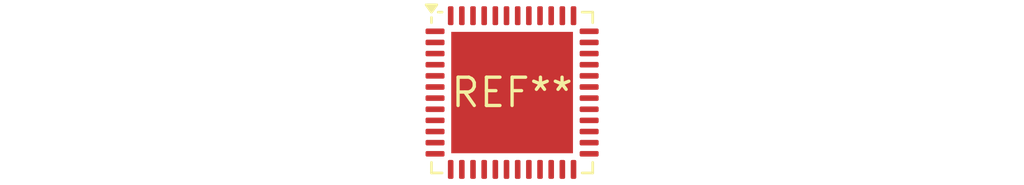
<source format=kicad_pcb>
(kicad_pcb (version 20240108) (generator pcbnew)
  (layers (0 "F.Cu" signal) (31 "B.Cu" signal) (34 "B.Paste" user) (35 "F.Paste" user) (36 "B.SilkS" user "B.Silkscreen") (37 "F.SilkS" user "F.Silkscreen") (38 "B.Mask" user) (39 "F.Mask" user) (44 "Edge.Cuts" user))
  (net 0 "")
  (footprint "QFN-48-1EP_7x7mm_P0.5mm_EP5.45x5.45mm" (layer "F.Cu") (at 0 0)
    (property "Reference" "REF**")
    (property "Value" "QFN-48-1EP_7x7mm_P0.5mm_EP5.45x5.45mm")
    (fp_line (start -3.61 -3.135) (end -3.61 -3.37) (layer "F.SilkS") (stroke (width 0.12)))
    (fp_line (start -3.61 3.61) (end -3.61 3.135) (layer "F.SilkS") (stroke (width 0.12)))
    (fp_line (start -3.135 -3.61) (end -3.31 -3.61) (layer "F.SilkS") (stroke (width 0.12)))
    (fp_line (start -3.135 3.61) (end -3.61 3.61) (layer "F.SilkS") (stroke (width 0.12)))
    (fp_line (start 3.135 -3.61) (end 3.61 -3.61) (layer "F.SilkS") (stroke (width 0.12)))
    (fp_line (start 3.135 3.61) (end 3.61 3.61) (layer "F.SilkS") (stroke (width 0.12)))
    (fp_line (start 3.61 -3.61) (end 3.61 -3.135) (layer "F.SilkS") (stroke (width 0.12)))
    (fp_line (start 3.61 3.61) (end 3.61 3.135) (layer "F.SilkS") (stroke (width 0.12)))
    (fp_poly (pts (xy -3.61 -3.61) (xy -3.85 -3.94) (xy -3.37 -3.94) (xy -3.61 -3.61)) (layer "F.SilkS") (stroke (width 0.12)) (fill solid))
    (pad "1" smd roundrect (at -3.45 -2.75) (size 0.85 0.25) (layers "F.Cu" "F.Paste" "F.Mask"))
    (pad "2" smd roundrect (at -3.45 -2.25) (size 0.85 0.25) (layers "F.Cu" "F.Paste" "F.Mask"))
    (pad "3" smd roundrect (at -3.45 -1.75) (size 0.85 0.25) (layers "F.Cu" "F.Paste" "F.Mask"))
    (pad "4" smd roundrect (at -3.45 -1.25) (size 0.85 0.25) (layers "F.Cu" "F.Paste" "F.Mask"))
    (pad "5" smd roundrect (at -3.45 -0.75) (size 0.85 0.25) (layers "F.Cu" "F.Paste" "F.Mask"))
    (pad "6" smd roundrect (at -3.45 -0.25) (size 0.85 0.25) (layers "F.Cu" "F.Paste" "F.Mask"))
    (pad "7" smd roundrect (at -3.45 0.25) (size 0.85 0.25) (layers "F.Cu" "F.Paste" "F.Mask"))
    (pad "8" smd roundrect (at -3.45 0.75) (size 0.85 0.25) (layers "F.Cu" "F.Paste" "F.Mask"))
    (pad "9" smd roundrect (at -3.45 1.25) (size 0.85 0.25) (layers "F.Cu" "F.Paste" "F.Mask"))
    (pad "10" smd roundrect (at -3.45 1.75) (size 0.85 0.25) (layers "F.Cu" "F.Paste" "F.Mask"))
    (pad "11" smd roundrect (at -3.45 2.25) (size 0.85 0.25) (layers "F.Cu" "F.Paste" "F.Mask"))
    (pad "12" smd roundrect (at -3.45 2.75) (size 0.85 0.25) (layers "F.Cu" "F.Paste" "F.Mask"))
    (pad "13" smd roundrect (at -2.75 3.45) (size 0.25 0.85) (layers "F.Cu" "F.Paste" "F.Mask"))
    (pad "14" smd roundrect (at -2.25 3.45) (size 0.25 0.85) (layers "F.Cu" "F.Paste" "F.Mask"))
    (pad "15" smd roundrect (at -1.75 3.45) (size 0.25 0.85) (layers "F.Cu" "F.Paste" "F.Mask"))
    (pad "16" smd roundrect (at -1.25 3.45) (size 0.25 0.85) (layers "F.Cu" "F.Paste" "F.Mask"))
    (pad "17" smd roundrect (at -0.75 3.45) (size 0.25 0.85) (layers "F.Cu" "F.Paste" "F.Mask"))
    (pad "18" smd roundrect (at -0.25 3.45) (size 0.25 0.85) (layers "F.Cu" "F.Paste" "F.Mask"))
    (pad "19" smd roundrect (at 0.25 3.45) (size 0.25 0.85) (layers "F.Cu" "F.Paste" "F.Mask"))
    (pad "20" smd roundrect (at 0.75 3.45) (size 0.25 0.85) (layers "F.Cu" "F.Paste" "F.Mask"))
    (pad "21" smd roundrect (at 1.25 3.45) (size 0.25 0.85) (layers "F.Cu" "F.Paste" "F.Mask"))
    (pad "22" smd roundrect (at 1.75 3.45) (size 0.25 0.85) (layers "F.Cu" "F.Paste" "F.Mask"))
    (pad "23" smd roundrect (at 2.25 3.45) (size 0.25 0.85) (layers "F.Cu" "F.Paste" "F.Mask"))
    (pad "24" smd roundrect (at 2.75 3.45) (size 0.25 0.85) (layers "F.Cu" "F.Paste" "F.Mask"))
    (pad "25" smd roundrect (at 3.45 2.75) (size 0.85 0.25) (layers "F.Cu" "F.Paste" "F.Mask"))
    (pad "26" smd roundrect (at 3.45 2.25) (size 0.85 0.25) (layers "F.Cu" "F.Paste" "F.Mask"))
    (pad "27" smd roundrect (at 3.45 1.75) (size 0.85 0.25) (layers "F.Cu" "F.Paste" "F.Mask"))
    (pad "28" smd roundrect (at 3.45 1.25) (size 0.85 0.25) (layers "F.Cu" "F.Paste" "F.Mask"))
    (pad "29" smd roundrect (at 3.45 0.75) (size 0.85 0.25) (layers "F.Cu" "F.Paste" "F.Mask"))
    (pad "30" smd roundrect (at 3.45 0.25) (size 0.85 0.25) (layers "F.Cu" "F.Paste" "F.Mask"))
    (pad "31" smd roundrect (at 3.45 -0.25) (size 0.85 0.25) (layers "F.Cu" "F.Paste" "F.Mask"))
    (pad "32" smd roundrect (at 3.45 -0.75) (size 0.85 0.25) (layers "F.Cu" "F.Paste" "F.Mask"))
    (pad "33" smd roundrect (at 3.45 -1.25) (size 0.85 0.25) (layers "F.Cu" "F.Paste" "F.Mask"))
    (pad "34" smd roundrect (at 3.45 -1.75) (size 0.85 0.25) (layers "F.Cu" "F.Paste" "F.Mask"))
    (pad "35" smd roundrect (at 3.45 -2.25) (size 0.85 0.25) (layers "F.Cu" "F.Paste" "F.Mask"))
    (pad "36" smd roundrect (at 3.45 -2.75) (size 0.85 0.25) (layers "F.Cu" "F.Paste" "F.Mask"))
    (pad "37" smd roundrect (at 2.75 -3.45) (size 0.25 0.85) (layers "F.Cu" "F.Paste" "F.Mask"))
    (pad "38" smd roundrect (at 2.25 -3.45) (size 0.25 0.85) (layers "F.Cu" "F.Paste" "F.Mask"))
    (pad "39" smd roundrect (at 1.75 -3.45) (size 0.25 0.85) (layers "F.Cu" "F.Paste" "F.Mask"))
    (pad "40" smd roundrect (at 1.25 -3.45) (size 0.25 0.85) (layers "F.Cu" "F.Paste" "F.Mask"))
    (pad "41" smd roundrect (at 0.75 -3.45) (size 0.25 0.85) (layers "F.Cu" "F.Paste" "F.Mask"))
    (pad "42" smd roundrect (at 0.25 -3.45) (size 0.25 0.85) (layers "F.Cu" "F.Paste" "F.Mask"))
    (pad "43" smd roundrect (at -0.25 -3.45) (size 0.25 0.85) (layers "F.Cu" "F.Paste" "F.Mask"))
    (pad "44" smd roundrect (at -0.75 -3.45) (size 0.25 0.85) (layers "F.Cu" "F.Paste" "F.Mask"))
    (pad "45" smd roundrect (at -1.25 -3.45) (size 0.25 0.85) (layers "F.Cu" "F.Paste" "F.Mask"))
    (pad "46" smd roundrect (at -1.75 -3.45) (size 0.25 0.85) (layers "F.Cu" "F.Paste" "F.Mask"))
    (pad "47" smd roundrect (at -2.25 -3.45) (size 0.25 0.85) (layers "F.Cu" "F.Paste" "F.Mask"))
    (pad "48" smd roundrect (at -2.75 -3.45) (size 0.25 0.85) (layers "F.Cu" "F.Paste" "F.Mask"))
    (pad "49" smd rect (at 0 0) (size 5.45 5.45) (property pad_prop_heatsink) (layers "F.Cu" "F.Mask"))
  )
)
</source>
